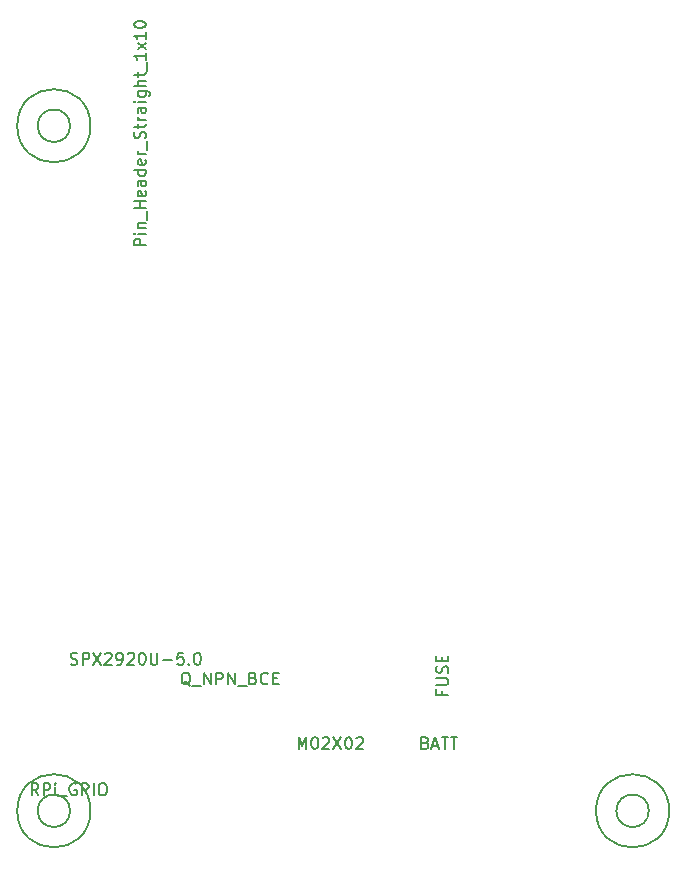
<source format=gbr>
G04 #@! TF.FileFunction,Other,Fab,Top*
%FSLAX46Y46*%
G04 Gerber Fmt 4.6, Leading zero omitted, Abs format (unit mm)*
G04 Created by KiCad (PCBNEW 4.0.2-1.fc23-product) date Mon 23 May 2016 18:37:12 BST*
%MOMM*%
G01*
G04 APERTURE LIST*
%ADD10C,0.100000*%
%ADD11C,0.150000*%
G04 APERTURE END LIST*
D10*
D11*
X72945000Y-76100000D02*
G75*
G03X72945000Y-76100000I-1375000J0D01*
G01*
X74670000Y-76100000D02*
G75*
G03X74670000Y-76100000I-3100000J0D01*
G01*
X121945000Y-134100000D02*
G75*
G03X121945000Y-134100000I-1375000J0D01*
G01*
X123670000Y-134100000D02*
G75*
G03X123670000Y-134100000I-3100000J0D01*
G01*
X72945000Y-134100000D02*
G75*
G03X72945000Y-134100000I-1375000J0D01*
G01*
X74670000Y-134100000D02*
G75*
G03X74670000Y-134100000I-3100000J0D01*
G01*
X79352381Y-86226192D02*
X78352381Y-86226192D01*
X78352381Y-85845239D01*
X78400000Y-85750001D01*
X78447619Y-85702382D01*
X78542857Y-85654763D01*
X78685714Y-85654763D01*
X78780952Y-85702382D01*
X78828571Y-85750001D01*
X78876190Y-85845239D01*
X78876190Y-86226192D01*
X79352381Y-85226192D02*
X78685714Y-85226192D01*
X78352381Y-85226192D02*
X78400000Y-85273811D01*
X78447619Y-85226192D01*
X78400000Y-85178573D01*
X78352381Y-85226192D01*
X78447619Y-85226192D01*
X78685714Y-84750002D02*
X79352381Y-84750002D01*
X78780952Y-84750002D02*
X78733333Y-84702383D01*
X78685714Y-84607145D01*
X78685714Y-84464287D01*
X78733333Y-84369049D01*
X78828571Y-84321430D01*
X79352381Y-84321430D01*
X79447619Y-84083335D02*
X79447619Y-83321430D01*
X79352381Y-83083335D02*
X78352381Y-83083335D01*
X78828571Y-83083335D02*
X78828571Y-82511906D01*
X79352381Y-82511906D02*
X78352381Y-82511906D01*
X79304762Y-81654763D02*
X79352381Y-81750001D01*
X79352381Y-81940478D01*
X79304762Y-82035716D01*
X79209524Y-82083335D01*
X78828571Y-82083335D01*
X78733333Y-82035716D01*
X78685714Y-81940478D01*
X78685714Y-81750001D01*
X78733333Y-81654763D01*
X78828571Y-81607144D01*
X78923810Y-81607144D01*
X79019048Y-82083335D01*
X79352381Y-80750001D02*
X78828571Y-80750001D01*
X78733333Y-80797620D01*
X78685714Y-80892858D01*
X78685714Y-81083335D01*
X78733333Y-81178573D01*
X79304762Y-80750001D02*
X79352381Y-80845239D01*
X79352381Y-81083335D01*
X79304762Y-81178573D01*
X79209524Y-81226192D01*
X79114286Y-81226192D01*
X79019048Y-81178573D01*
X78971429Y-81083335D01*
X78971429Y-80845239D01*
X78923810Y-80750001D01*
X79352381Y-79845239D02*
X78352381Y-79845239D01*
X79304762Y-79845239D02*
X79352381Y-79940477D01*
X79352381Y-80130954D01*
X79304762Y-80226192D01*
X79257143Y-80273811D01*
X79161905Y-80321430D01*
X78876190Y-80321430D01*
X78780952Y-80273811D01*
X78733333Y-80226192D01*
X78685714Y-80130954D01*
X78685714Y-79940477D01*
X78733333Y-79845239D01*
X79304762Y-78988096D02*
X79352381Y-79083334D01*
X79352381Y-79273811D01*
X79304762Y-79369049D01*
X79209524Y-79416668D01*
X78828571Y-79416668D01*
X78733333Y-79369049D01*
X78685714Y-79273811D01*
X78685714Y-79083334D01*
X78733333Y-78988096D01*
X78828571Y-78940477D01*
X78923810Y-78940477D01*
X79019048Y-79416668D01*
X79352381Y-78511906D02*
X78685714Y-78511906D01*
X78876190Y-78511906D02*
X78780952Y-78464287D01*
X78733333Y-78416668D01*
X78685714Y-78321430D01*
X78685714Y-78226191D01*
X79447619Y-78130953D02*
X79447619Y-77369048D01*
X79304762Y-77178572D02*
X79352381Y-77035715D01*
X79352381Y-76797619D01*
X79304762Y-76702381D01*
X79257143Y-76654762D01*
X79161905Y-76607143D01*
X79066667Y-76607143D01*
X78971429Y-76654762D01*
X78923810Y-76702381D01*
X78876190Y-76797619D01*
X78828571Y-76988096D01*
X78780952Y-77083334D01*
X78733333Y-77130953D01*
X78638095Y-77178572D01*
X78542857Y-77178572D01*
X78447619Y-77130953D01*
X78400000Y-77083334D01*
X78352381Y-76988096D01*
X78352381Y-76750000D01*
X78400000Y-76607143D01*
X78685714Y-76321429D02*
X78685714Y-75940477D01*
X78352381Y-76178572D02*
X79209524Y-76178572D01*
X79304762Y-76130953D01*
X79352381Y-76035715D01*
X79352381Y-75940477D01*
X79352381Y-75607143D02*
X78685714Y-75607143D01*
X78876190Y-75607143D02*
X78780952Y-75559524D01*
X78733333Y-75511905D01*
X78685714Y-75416667D01*
X78685714Y-75321428D01*
X79352381Y-74559523D02*
X78828571Y-74559523D01*
X78733333Y-74607142D01*
X78685714Y-74702380D01*
X78685714Y-74892857D01*
X78733333Y-74988095D01*
X79304762Y-74559523D02*
X79352381Y-74654761D01*
X79352381Y-74892857D01*
X79304762Y-74988095D01*
X79209524Y-75035714D01*
X79114286Y-75035714D01*
X79019048Y-74988095D01*
X78971429Y-74892857D01*
X78971429Y-74654761D01*
X78923810Y-74559523D01*
X79352381Y-74083333D02*
X78685714Y-74083333D01*
X78352381Y-74083333D02*
X78400000Y-74130952D01*
X78447619Y-74083333D01*
X78400000Y-74035714D01*
X78352381Y-74083333D01*
X78447619Y-74083333D01*
X78685714Y-73178571D02*
X79495238Y-73178571D01*
X79590476Y-73226190D01*
X79638095Y-73273809D01*
X79685714Y-73369048D01*
X79685714Y-73511905D01*
X79638095Y-73607143D01*
X79304762Y-73178571D02*
X79352381Y-73273809D01*
X79352381Y-73464286D01*
X79304762Y-73559524D01*
X79257143Y-73607143D01*
X79161905Y-73654762D01*
X78876190Y-73654762D01*
X78780952Y-73607143D01*
X78733333Y-73559524D01*
X78685714Y-73464286D01*
X78685714Y-73273809D01*
X78733333Y-73178571D01*
X79352381Y-72702381D02*
X78352381Y-72702381D01*
X79352381Y-72273809D02*
X78828571Y-72273809D01*
X78733333Y-72321428D01*
X78685714Y-72416666D01*
X78685714Y-72559524D01*
X78733333Y-72654762D01*
X78780952Y-72702381D01*
X78685714Y-71940476D02*
X78685714Y-71559524D01*
X78352381Y-71797619D02*
X79209524Y-71797619D01*
X79304762Y-71750000D01*
X79352381Y-71654762D01*
X79352381Y-71559524D01*
X79447619Y-71464285D02*
X79447619Y-70702380D01*
X79352381Y-69940475D02*
X79352381Y-70511904D01*
X79352381Y-70226190D02*
X78352381Y-70226190D01*
X78495238Y-70321428D01*
X78590476Y-70416666D01*
X78638095Y-70511904D01*
X79352381Y-69607142D02*
X78685714Y-69083332D01*
X78685714Y-69607142D02*
X79352381Y-69083332D01*
X79352381Y-68178570D02*
X79352381Y-68749999D01*
X79352381Y-68464285D02*
X78352381Y-68464285D01*
X78495238Y-68559523D01*
X78590476Y-68654761D01*
X78638095Y-68749999D01*
X78352381Y-67559523D02*
X78352381Y-67464284D01*
X78400000Y-67369046D01*
X78447619Y-67321427D01*
X78542857Y-67273808D01*
X78733333Y-67226189D01*
X78971429Y-67226189D01*
X79161905Y-67273808D01*
X79257143Y-67321427D01*
X79304762Y-67369046D01*
X79352381Y-67464284D01*
X79352381Y-67559523D01*
X79304762Y-67654761D01*
X79257143Y-67702380D01*
X79161905Y-67749999D01*
X78971429Y-67797618D01*
X78733333Y-67797618D01*
X78542857Y-67749999D01*
X78447619Y-67702380D01*
X78400000Y-67654761D01*
X78352381Y-67559523D01*
X70268572Y-132782381D02*
X69935238Y-132306190D01*
X69697143Y-132782381D02*
X69697143Y-131782381D01*
X70078096Y-131782381D01*
X70173334Y-131830000D01*
X70220953Y-131877619D01*
X70268572Y-131972857D01*
X70268572Y-132115714D01*
X70220953Y-132210952D01*
X70173334Y-132258571D01*
X70078096Y-132306190D01*
X69697143Y-132306190D01*
X70697143Y-132782381D02*
X70697143Y-131782381D01*
X71078096Y-131782381D01*
X71173334Y-131830000D01*
X71220953Y-131877619D01*
X71268572Y-131972857D01*
X71268572Y-132115714D01*
X71220953Y-132210952D01*
X71173334Y-132258571D01*
X71078096Y-132306190D01*
X70697143Y-132306190D01*
X71697143Y-132782381D02*
X71697143Y-132115714D01*
X71697143Y-131782381D02*
X71649524Y-131830000D01*
X71697143Y-131877619D01*
X71744762Y-131830000D01*
X71697143Y-131782381D01*
X71697143Y-131877619D01*
X71935238Y-132877619D02*
X72697143Y-132877619D01*
X73459048Y-131830000D02*
X73363810Y-131782381D01*
X73220953Y-131782381D01*
X73078095Y-131830000D01*
X72982857Y-131925238D01*
X72935238Y-132020476D01*
X72887619Y-132210952D01*
X72887619Y-132353810D01*
X72935238Y-132544286D01*
X72982857Y-132639524D01*
X73078095Y-132734762D01*
X73220953Y-132782381D01*
X73316191Y-132782381D01*
X73459048Y-132734762D01*
X73506667Y-132687143D01*
X73506667Y-132353810D01*
X73316191Y-132353810D01*
X73935238Y-132782381D02*
X73935238Y-131782381D01*
X74316191Y-131782381D01*
X74411429Y-131830000D01*
X74459048Y-131877619D01*
X74506667Y-131972857D01*
X74506667Y-132115714D01*
X74459048Y-132210952D01*
X74411429Y-132258571D01*
X74316191Y-132306190D01*
X73935238Y-132306190D01*
X74935238Y-132782381D02*
X74935238Y-131782381D01*
X75601904Y-131782381D02*
X75792381Y-131782381D01*
X75887619Y-131830000D01*
X75982857Y-131925238D01*
X76030476Y-132115714D01*
X76030476Y-132449048D01*
X75982857Y-132639524D01*
X75887619Y-132734762D01*
X75792381Y-132782381D01*
X75601904Y-132782381D01*
X75506666Y-132734762D01*
X75411428Y-132639524D01*
X75363809Y-132449048D01*
X75363809Y-132115714D01*
X75411428Y-131925238D01*
X75506666Y-131830000D01*
X75601904Y-131782381D01*
X103015953Y-128348571D02*
X103158810Y-128396190D01*
X103206429Y-128443810D01*
X103254048Y-128539048D01*
X103254048Y-128681905D01*
X103206429Y-128777143D01*
X103158810Y-128824762D01*
X103063572Y-128872381D01*
X102682619Y-128872381D01*
X102682619Y-127872381D01*
X103015953Y-127872381D01*
X103111191Y-127920000D01*
X103158810Y-127967619D01*
X103206429Y-128062857D01*
X103206429Y-128158095D01*
X103158810Y-128253333D01*
X103111191Y-128300952D01*
X103015953Y-128348571D01*
X102682619Y-128348571D01*
X103635000Y-128586667D02*
X104111191Y-128586667D01*
X103539762Y-128872381D02*
X103873095Y-127872381D01*
X104206429Y-128872381D01*
X104396905Y-127872381D02*
X104968334Y-127872381D01*
X104682619Y-128872381D02*
X104682619Y-127872381D01*
X105158810Y-127872381D02*
X105730239Y-127872381D01*
X105444524Y-128872381D02*
X105444524Y-127872381D01*
X104427931Y-123959383D02*
X104427931Y-124292717D01*
X104951741Y-124292717D02*
X103951741Y-124292717D01*
X103951741Y-123816526D01*
X103951741Y-123435574D02*
X104761265Y-123435574D01*
X104856503Y-123387955D01*
X104904122Y-123340336D01*
X104951741Y-123245098D01*
X104951741Y-123054621D01*
X104904122Y-122959383D01*
X104856503Y-122911764D01*
X104761265Y-122864145D01*
X103951741Y-122864145D01*
X104904122Y-122435574D02*
X104951741Y-122292717D01*
X104951741Y-122054621D01*
X104904122Y-121959383D01*
X104856503Y-121911764D01*
X104761265Y-121864145D01*
X104666027Y-121864145D01*
X104570789Y-121911764D01*
X104523170Y-121959383D01*
X104475550Y-122054621D01*
X104427931Y-122245098D01*
X104380312Y-122340336D01*
X104332693Y-122387955D01*
X104237455Y-122435574D01*
X104142217Y-122435574D01*
X104046979Y-122387955D01*
X103999360Y-122340336D01*
X103951741Y-122245098D01*
X103951741Y-122007002D01*
X103999360Y-121864145D01*
X104427931Y-121435574D02*
X104427931Y-121102240D01*
X104951741Y-120959383D02*
X104951741Y-121435574D01*
X103951741Y-121435574D01*
X103951741Y-120959383D01*
X92285714Y-128872381D02*
X92285714Y-127872381D01*
X92619048Y-128586667D01*
X92952381Y-127872381D01*
X92952381Y-128872381D01*
X93619047Y-127872381D02*
X93714286Y-127872381D01*
X93809524Y-127920000D01*
X93857143Y-127967619D01*
X93904762Y-128062857D01*
X93952381Y-128253333D01*
X93952381Y-128491429D01*
X93904762Y-128681905D01*
X93857143Y-128777143D01*
X93809524Y-128824762D01*
X93714286Y-128872381D01*
X93619047Y-128872381D01*
X93523809Y-128824762D01*
X93476190Y-128777143D01*
X93428571Y-128681905D01*
X93380952Y-128491429D01*
X93380952Y-128253333D01*
X93428571Y-128062857D01*
X93476190Y-127967619D01*
X93523809Y-127920000D01*
X93619047Y-127872381D01*
X94333333Y-127967619D02*
X94380952Y-127920000D01*
X94476190Y-127872381D01*
X94714286Y-127872381D01*
X94809524Y-127920000D01*
X94857143Y-127967619D01*
X94904762Y-128062857D01*
X94904762Y-128158095D01*
X94857143Y-128300952D01*
X94285714Y-128872381D01*
X94904762Y-128872381D01*
X95238095Y-127872381D02*
X95904762Y-128872381D01*
X95904762Y-127872381D02*
X95238095Y-128872381D01*
X96476190Y-127872381D02*
X96571429Y-127872381D01*
X96666667Y-127920000D01*
X96714286Y-127967619D01*
X96761905Y-128062857D01*
X96809524Y-128253333D01*
X96809524Y-128491429D01*
X96761905Y-128681905D01*
X96714286Y-128777143D01*
X96666667Y-128824762D01*
X96571429Y-128872381D01*
X96476190Y-128872381D01*
X96380952Y-128824762D01*
X96333333Y-128777143D01*
X96285714Y-128681905D01*
X96238095Y-128491429D01*
X96238095Y-128253333D01*
X96285714Y-128062857D01*
X96333333Y-127967619D01*
X96380952Y-127920000D01*
X96476190Y-127872381D01*
X97190476Y-127967619D02*
X97238095Y-127920000D01*
X97333333Y-127872381D01*
X97571429Y-127872381D01*
X97666667Y-127920000D01*
X97714286Y-127967619D01*
X97761905Y-128062857D01*
X97761905Y-128158095D01*
X97714286Y-128300952D01*
X97142857Y-128872381D01*
X97761905Y-128872381D01*
X83119048Y-123497619D02*
X83023810Y-123450000D01*
X82928572Y-123354762D01*
X82785715Y-123211905D01*
X82690476Y-123164286D01*
X82595238Y-123164286D01*
X82642857Y-123402381D02*
X82547619Y-123354762D01*
X82452381Y-123259524D01*
X82404762Y-123069048D01*
X82404762Y-122735714D01*
X82452381Y-122545238D01*
X82547619Y-122450000D01*
X82642857Y-122402381D01*
X82833334Y-122402381D01*
X82928572Y-122450000D01*
X83023810Y-122545238D01*
X83071429Y-122735714D01*
X83071429Y-123069048D01*
X83023810Y-123259524D01*
X82928572Y-123354762D01*
X82833334Y-123402381D01*
X82642857Y-123402381D01*
X83261905Y-123497619D02*
X84023810Y-123497619D01*
X84261905Y-123402381D02*
X84261905Y-122402381D01*
X84833334Y-123402381D01*
X84833334Y-122402381D01*
X85309524Y-123402381D02*
X85309524Y-122402381D01*
X85690477Y-122402381D01*
X85785715Y-122450000D01*
X85833334Y-122497619D01*
X85880953Y-122592857D01*
X85880953Y-122735714D01*
X85833334Y-122830952D01*
X85785715Y-122878571D01*
X85690477Y-122926190D01*
X85309524Y-122926190D01*
X86309524Y-123402381D02*
X86309524Y-122402381D01*
X86880953Y-123402381D01*
X86880953Y-122402381D01*
X87119048Y-123497619D02*
X87880953Y-123497619D01*
X88452382Y-122878571D02*
X88595239Y-122926190D01*
X88642858Y-122973810D01*
X88690477Y-123069048D01*
X88690477Y-123211905D01*
X88642858Y-123307143D01*
X88595239Y-123354762D01*
X88500001Y-123402381D01*
X88119048Y-123402381D01*
X88119048Y-122402381D01*
X88452382Y-122402381D01*
X88547620Y-122450000D01*
X88595239Y-122497619D01*
X88642858Y-122592857D01*
X88642858Y-122688095D01*
X88595239Y-122783333D01*
X88547620Y-122830952D01*
X88452382Y-122878571D01*
X88119048Y-122878571D01*
X89690477Y-123307143D02*
X89642858Y-123354762D01*
X89500001Y-123402381D01*
X89404763Y-123402381D01*
X89261905Y-123354762D01*
X89166667Y-123259524D01*
X89119048Y-123164286D01*
X89071429Y-122973810D01*
X89071429Y-122830952D01*
X89119048Y-122640476D01*
X89166667Y-122545238D01*
X89261905Y-122450000D01*
X89404763Y-122402381D01*
X89500001Y-122402381D01*
X89642858Y-122450000D01*
X89690477Y-122497619D01*
X90119048Y-122878571D02*
X90452382Y-122878571D01*
X90595239Y-123402381D02*
X90119048Y-123402381D01*
X90119048Y-122402381D01*
X90595239Y-122402381D01*
X73000000Y-121686762D02*
X73142857Y-121734381D01*
X73380953Y-121734381D01*
X73476191Y-121686762D01*
X73523810Y-121639143D01*
X73571429Y-121543905D01*
X73571429Y-121448667D01*
X73523810Y-121353429D01*
X73476191Y-121305810D01*
X73380953Y-121258190D01*
X73190476Y-121210571D01*
X73095238Y-121162952D01*
X73047619Y-121115333D01*
X73000000Y-121020095D01*
X73000000Y-120924857D01*
X73047619Y-120829619D01*
X73095238Y-120782000D01*
X73190476Y-120734381D01*
X73428572Y-120734381D01*
X73571429Y-120782000D01*
X74000000Y-121734381D02*
X74000000Y-120734381D01*
X74380953Y-120734381D01*
X74476191Y-120782000D01*
X74523810Y-120829619D01*
X74571429Y-120924857D01*
X74571429Y-121067714D01*
X74523810Y-121162952D01*
X74476191Y-121210571D01*
X74380953Y-121258190D01*
X74000000Y-121258190D01*
X74904762Y-120734381D02*
X75571429Y-121734381D01*
X75571429Y-120734381D02*
X74904762Y-121734381D01*
X75904762Y-120829619D02*
X75952381Y-120782000D01*
X76047619Y-120734381D01*
X76285715Y-120734381D01*
X76380953Y-120782000D01*
X76428572Y-120829619D01*
X76476191Y-120924857D01*
X76476191Y-121020095D01*
X76428572Y-121162952D01*
X75857143Y-121734381D01*
X76476191Y-121734381D01*
X76952381Y-121734381D02*
X77142857Y-121734381D01*
X77238096Y-121686762D01*
X77285715Y-121639143D01*
X77380953Y-121496286D01*
X77428572Y-121305810D01*
X77428572Y-120924857D01*
X77380953Y-120829619D01*
X77333334Y-120782000D01*
X77238096Y-120734381D01*
X77047619Y-120734381D01*
X76952381Y-120782000D01*
X76904762Y-120829619D01*
X76857143Y-120924857D01*
X76857143Y-121162952D01*
X76904762Y-121258190D01*
X76952381Y-121305810D01*
X77047619Y-121353429D01*
X77238096Y-121353429D01*
X77333334Y-121305810D01*
X77380953Y-121258190D01*
X77428572Y-121162952D01*
X77809524Y-120829619D02*
X77857143Y-120782000D01*
X77952381Y-120734381D01*
X78190477Y-120734381D01*
X78285715Y-120782000D01*
X78333334Y-120829619D01*
X78380953Y-120924857D01*
X78380953Y-121020095D01*
X78333334Y-121162952D01*
X77761905Y-121734381D01*
X78380953Y-121734381D01*
X79000000Y-120734381D02*
X79095239Y-120734381D01*
X79190477Y-120782000D01*
X79238096Y-120829619D01*
X79285715Y-120924857D01*
X79333334Y-121115333D01*
X79333334Y-121353429D01*
X79285715Y-121543905D01*
X79238096Y-121639143D01*
X79190477Y-121686762D01*
X79095239Y-121734381D01*
X79000000Y-121734381D01*
X78904762Y-121686762D01*
X78857143Y-121639143D01*
X78809524Y-121543905D01*
X78761905Y-121353429D01*
X78761905Y-121115333D01*
X78809524Y-120924857D01*
X78857143Y-120829619D01*
X78904762Y-120782000D01*
X79000000Y-120734381D01*
X79761905Y-120734381D02*
X79761905Y-121543905D01*
X79809524Y-121639143D01*
X79857143Y-121686762D01*
X79952381Y-121734381D01*
X80142858Y-121734381D01*
X80238096Y-121686762D01*
X80285715Y-121639143D01*
X80333334Y-121543905D01*
X80333334Y-120734381D01*
X80809524Y-121353429D02*
X81571429Y-121353429D01*
X82523810Y-120734381D02*
X82047619Y-120734381D01*
X82000000Y-121210571D01*
X82047619Y-121162952D01*
X82142857Y-121115333D01*
X82380953Y-121115333D01*
X82476191Y-121162952D01*
X82523810Y-121210571D01*
X82571429Y-121305810D01*
X82571429Y-121543905D01*
X82523810Y-121639143D01*
X82476191Y-121686762D01*
X82380953Y-121734381D01*
X82142857Y-121734381D01*
X82047619Y-121686762D01*
X82000000Y-121639143D01*
X83000000Y-121639143D02*
X83047619Y-121686762D01*
X83000000Y-121734381D01*
X82952381Y-121686762D01*
X83000000Y-121639143D01*
X83000000Y-121734381D01*
X83666666Y-120734381D02*
X83761905Y-120734381D01*
X83857143Y-120782000D01*
X83904762Y-120829619D01*
X83952381Y-120924857D01*
X84000000Y-121115333D01*
X84000000Y-121353429D01*
X83952381Y-121543905D01*
X83904762Y-121639143D01*
X83857143Y-121686762D01*
X83761905Y-121734381D01*
X83666666Y-121734381D01*
X83571428Y-121686762D01*
X83523809Y-121639143D01*
X83476190Y-121543905D01*
X83428571Y-121353429D01*
X83428571Y-121115333D01*
X83476190Y-120924857D01*
X83523809Y-120829619D01*
X83571428Y-120782000D01*
X83666666Y-120734381D01*
M02*

</source>
